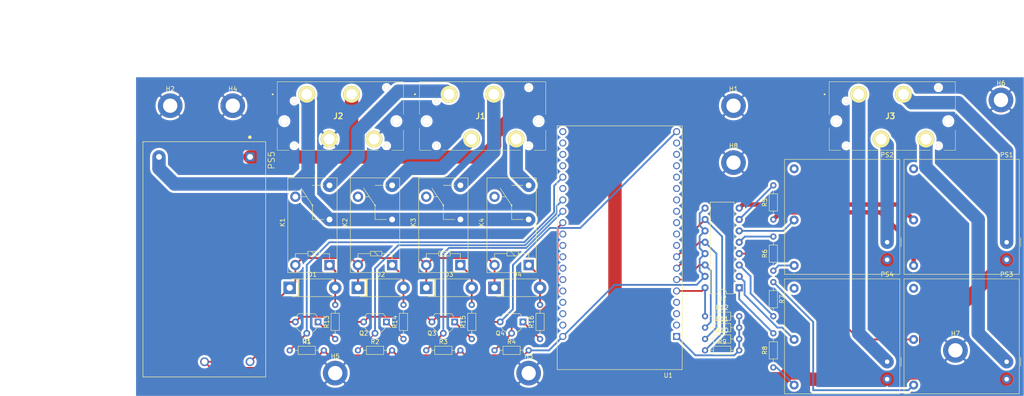
<source format=kicad_pcb>
(kicad_pcb (version 20171130) (host pcbnew "(5.1.6)-1")
  (layers (0 F.Cu signal) (31 B.Cu signal) (34 B.Paste user hide) (35 F.Paste user hide) (36 B.SilkS user) (37 F.SilkS user hide) (38 B.Mask user) (39 F.Mask user hide) (44 Edge.Cuts user hide))
  (net 0 "")
  (net 1 "Net-(D1-Pad2)")
  (net 2 "Net-(D2-Pad2)")
  (net 3 5VGND)
  (net 4 "Net-(D3-Pad2)")
  (net 5 "Net-(D4-Pad2)")
  (net 6 "220VAC(L)")
  (net 7 "Net-(PS1-Pad5)")
  (net 8 "Net-(PS1-Pad4)")
  (net 9 "220VAC(N)")
  (net 10 "Net-(PS2-Pad5)")
  (net 11 "Net-(PS2-Pad4)")
  (net 12 "Net-(PS3-Pad5)")
  (net 13 "Net-(PS3-Pad4)")
  (net 14 "Net-(PS4-Pad5)")
  (net 15 "Net-(PS4-Pad4)")
  (net 16 5V+)
  (net 17 "Net-(Q1-Pad1)")
  (net 18 "Net-(Q2-Pad1)")
  (net 19 "Net-(Q3-Pad1)")
  (net 20 "Net-(Q4-Pad1)")
  (net 21 "Net-(R5-Pad2)")
  (net 22 "Net-(R6-Pad2)")
  (net 23 "Net-(R7-Pad2)")
  (net 24 "Net-(R8-Pad2)")
  (net 25 3.3V+)
  (net 26 "Net-(Q1-Pad2)")
  (net 27 "Net-(Q2-Pad2)")
  (net 28 "Net-(Q3-Pad2)")
  (net 29 "Net-(Q4-Pad2)")
  (net 30 "Net-(R9-Pad1)")
  (net 31 "Net-(R10-Pad1)")
  (net 32 "Net-(R11-Pad1)")
  (net 33 "Net-(R12-Pad1)")
  (net 34 Earth)
  (net 35 Sens4)
  (net 36 Sens3)
  (net 37 Sens2)
  (net 38 Sens1)
  (net 39 REO4)
  (net 40 REO3)
  (net 41 REO2)
  (net 42 REO1)
  (module MountingHole:MountingHole_3.2mm_M3_ISO14580_Pad (layer F.Cu) (at 151.13 36.83)
    (fp_text reference H8 (at 0 -3.75) (layer F.SilkS))
    (fp_text value MountingHole_Pad)
    (pad 1 thru_hole circle (at 0 0) (size 5.5 5.5) (drill 3.2) (layers *.Cu *.Mask) (net 34 Earth))
  )
  (module MountingHole:MountingHole_3.2mm_M3_ISO14580_Pad (layer F.Cu) (at 200.66 78.74)
    (fp_text reference H7 (at 0 -3.75) (layer F.SilkS))
    (fp_text value MountingHole_Pad)
    (pad 1 thru_hole circle (at 0 0) (size 5.5 5.5) (drill 3.2) (layers *.Cu *.Mask) (net 34 Earth))
  )
  (module MountingHole:MountingHole_3.2mm_M3_ISO14580_Pad (layer F.Cu) (at 210.82 22.86)
    (fp_text reference H6 (at 0 -3.75) (layer F.SilkS))
    (fp_text value MountingHole_Pad)
    (pad 1 thru_hole circle (at 0 0) (size 5.5 5.5) (drill 3.2) (layers *.Cu *.Mask) (net 34 Earth))
  )
  (module MountingHole:MountingHole_3.2mm_M3_ISO14580_Pad (layer F.Cu) (at 62.23 83.82)
    (fp_text reference H5 (at 0 -3.75) (layer F.SilkS))
    (fp_text value MountingHole_Pad)
    (pad 1 thru_hole circle (at 0 0) (size 5.5 5.5) (drill 3.2) (layers *.Cu *.Mask) (net 34 Earth))
  )
  (module MountingHole:MountingHole_3.2mm_M3_ISO14580_Pad (layer F.Cu) (at 39.37 24.13)
    (fp_text reference H4 (at 0 -3.75) (layer F.SilkS))
    (fp_text value MountingHole_Pad)
    (pad 1 thru_hole circle (at 0 0) (size 5.5 5.5) (drill 3.2) (layers *.Cu *.Mask) (net 34 Earth))
  )
  (module MountingHole:MountingHole_3.2mm_M3_ISO14580_Pad (layer F.Cu) (at 105.41 83.82)
    (fp_text reference H3 (at 0 -3.75) (layer F.SilkS))
    (fp_text value MountingHole_Pad)
    (pad 1 thru_hole circle (at 0 0) (size 5.5 5.5) (drill 3.2) (layers *.Cu *.Mask) (net 34 Earth))
  )
  (module MountingHole:MountingHole_3.2mm_M3_ISO14580_Pad (layer F.Cu) (at 25.4 24.13)
    (fp_text reference H2 (at 0 -3.75) (layer F.SilkS))
    (fp_text value MountingHole_Pad)
    (pad 1 thru_hole circle (at 0 0) (size 5.5 5.5) (drill 3.2) (layers *.Cu *.Mask) (net 34 Earth))
  )
  (module MountingHole:MountingHole_3.2mm_M3_ISO14580_Pad (layer F.Cu) (at 151.13 24.13)
    (fp_text reference H1 (at 0 -3.75) (layer F.SilkS))
    (fp_text value MountingHole_Pad)
    (pad 1 thru_hole circle (at 0 0) (size 5.5 5.5) (drill 3.2) (layers *.Cu *.Mask) (net 34 Earth))
  )
  (module esp32-footprint:MODULE_ESP32-DEVKITC-32D (layer F.Cu) (at 125.73 55.88 180)
    (fp_text reference U1 (at -10.829175 -28.446045) (layer F.SilkS) (effects (font (size 1.000386 1.000386))))
    (fp_text value ESP32-DEVKITC-32D)
    (pad 38 thru_hole circle (at 12.7 25.96 180) (size 1.56 1.56) (drill 1.04) (layers *.Cu *.Mask))
    (pad 37 thru_hole circle (at 12.7 23.42 180) (size 1.56 1.56) (drill 1.04) (layers *.Cu *.Mask))
    (pad 36 thru_hole circle (at 12.7 20.88 180) (size 1.56 1.56) (drill 1.04) (layers *.Cu *.Mask))
    (pad 35 thru_hole circle (at 12.7 18.34 180) (size 1.56 1.56) (drill 1.04) (layers *.Cu *.Mask))
    (pad 34 thru_hole circle (at 12.7 15.8 180) (size 1.56 1.56) (drill 1.04) (layers *.Cu *.Mask) (net 26 "Net-(Q1-Pad2)"))
    (pad 33 thru_hole circle (at 12.7 13.26 180) (size 1.56 1.56) (drill 1.04) (layers *.Cu *.Mask))
    (pad 32 thru_hole circle (at 12.7 10.72 180) (size 1.56 1.56) (drill 1.04) (layers *.Cu *.Mask) (net 27 "Net-(Q2-Pad2)"))
    (pad 31 thru_hole circle (at 12.7 8.18 180) (size 1.56 1.56) (drill 1.04) (layers *.Cu *.Mask) (net 28 "Net-(Q3-Pad2)"))
    (pad 30 thru_hole circle (at 12.7 5.64 180) (size 1.56 1.56) (drill 1.04) (layers *.Cu *.Mask) (net 29 "Net-(Q4-Pad2)"))
    (pad 29 thru_hole circle (at 12.7 3.1 180) (size 1.56 1.56) (drill 1.04) (layers *.Cu *.Mask))
    (pad 28 thru_hole circle (at 12.7 0.56 180) (size 1.56 1.56) (drill 1.04) (layers *.Cu *.Mask))
    (pad 27 thru_hole circle (at 12.7 -1.98 180) (size 1.56 1.56) (drill 1.04) (layers *.Cu *.Mask))
    (pad 26 thru_hole circle (at 12.7 -4.52 180) (size 1.56 1.56) (drill 1.04) (layers *.Cu *.Mask))
    (pad 25 thru_hole circle (at 12.7 -7.06 180) (size 1.56 1.56) (drill 1.04) (layers *.Cu *.Mask))
    (pad 24 thru_hole circle (at 12.7 -9.6 180) (size 1.56 1.56) (drill 1.04) (layers *.Cu *.Mask))
    (pad 23 thru_hole circle (at 12.7 -12.14 180) (size 1.56 1.56) (drill 1.04) (layers *.Cu *.Mask))
    (pad 22 thru_hole circle (at 12.7 -14.68 180) (size 1.56 1.56) (drill 1.04) (layers *.Cu *.Mask))
    (pad 21 thru_hole circle (at 12.7 -17.22 180) (size 1.56 1.56) (drill 1.04) (layers *.Cu *.Mask))
    (pad 20 thru_hole circle (at 12.7 -19.76 180) (size 1.56 1.56) (drill 1.04) (layers *.Cu *.Mask) (net 3 5VGND))
    (pad 18 thru_hole circle (at -12.7 23.42 180) (size 1.56 1.56) (drill 1.04) (layers *.Cu *.Mask))
    (pad 17 thru_hole circle (at -12.7 20.88 180) (size 1.56 1.56) (drill 1.04) (layers *.Cu *.Mask))
    (pad 16 thru_hole circle (at -12.7 18.34 180) (size 1.56 1.56) (drill 1.04) (layers *.Cu *.Mask))
    (pad 15 thru_hole circle (at -12.7 15.8 180) (size 1.56 1.56) (drill 1.04) (layers *.Cu *.Mask))
    (pad 14 thru_hole circle (at -12.7 13.26 180) (size 1.56 1.56) (drill 1.04) (layers *.Cu *.Mask))
    (pad 13 thru_hole circle (at -12.7 10.72 180) (size 1.56 1.56) (drill 1.04) (layers *.Cu *.Mask))
    (pad 12 thru_hole circle (at -12.7 8.18 180) (size 1.56 1.56) (drill 1.04) (layers *.Cu *.Mask))
    (pad 11 thru_hole circle (at -12.7 5.64 180) (size 1.56 1.56) (drill 1.04) (layers *.Cu *.Mask))
    (pad 10 thru_hole circle (at -12.7 3.1 180) (size 1.56 1.56) (drill 1.04) (layers *.Cu *.Mask))
    (pad 9 thru_hole circle (at -12.7 0.56 180) (size 1.56 1.56) (drill 1.04) (layers *.Cu *.Mask))
    (pad 8 thru_hole circle (at -12.7 -1.98 180) (size 1.56 1.56) (drill 1.04) (layers *.Cu *.Mask) (net 30 "Net-(R9-Pad1)"))
    (pad 7 thru_hole circle (at -12.7 -4.52 180) (size 1.56 1.56) (drill 1.04) (layers *.Cu *.Mask) (net 31 "Net-(R10-Pad1)"))
    (pad 6 thru_hole circle (at -12.7 -7.06 180) (size 1.56 1.56) (drill 1.04) (layers *.Cu *.Mask) (net 32 "Net-(R11-Pad1)"))
    (pad 5 thru_hole circle (at -12.7 -9.6 180) (size 1.56 1.56) (drill 1.04) (layers *.Cu *.Mask) (net 33 "Net-(R12-Pad1)"))
    (pad 4 thru_hole circle (at -12.7 -12.14 180) (size 1.56 1.56) (drill 1.04) (layers *.Cu *.Mask))
    (pad 3 thru_hole circle (at -12.7 -14.68 180) (size 1.56 1.56) (drill 1.04) (layers *.Cu *.Mask))
    (pad 19 thru_hole circle (at -12.7 25.96 180) (size 1.56 1.56) (drill 1.04) (layers *.Cu *.Mask) (net 16 5V+))
    (pad 2 thru_hole circle (at -12.7 -17.22 180) (size 1.56 1.56) (drill 1.04) (layers *.Cu *.Mask))
    (pad 1 thru_hole rect (at -12.7 -19.76 180) (size 1.56 1.56) (drill 1.04) (layers *.Cu *.Mask) (net 25 3.3V+))
  )
  (module Package_TO_SOT_THT:TO-92_Wide (layer F.Cu) (at 58.42 72.39 180)
    (fp_text reference Q1 (at 2.55 -4.19) (layer F.SilkS))
    (fp_text value 2N2219)
    (pad 1 thru_hole rect (at 0 0 270) (size 1.5 1.5) (drill 0.8) (layers *.Cu *.Mask) (net 17 "Net-(Q1-Pad1)"))
    (pad 3 thru_hole circle (at 5.08 0 270) (size 1.5 1.5) (drill 0.8) (layers *.Cu *.Mask) (net 16 5V+))
    (pad 2 thru_hole circle (at 2.54 -2.54 270) (size 1.5 1.5) (drill 0.8) (layers *.Cu *.Mask) (net 26 "Net-(Q1-Pad2)"))
  )
  (module Package_TO_SOT_THT:TO-92_Wide (layer F.Cu) (at 73.66 72.39 180)
    (fp_text reference Q2 (at 5.08 -2.54) (layer F.SilkS))
    (fp_text value 2N2219)
    (pad 1 thru_hole rect (at 0 0 270) (size 1.5 1.5) (drill 0.8) (layers *.Cu *.Mask) (net 18 "Net-(Q2-Pad1)"))
    (pad 3 thru_hole circle (at 5.08 0 270) (size 1.5 1.5) (drill 0.8) (layers *.Cu *.Mask) (net 16 5V+))
    (pad 2 thru_hole circle (at 2.54 -2.54 270) (size 1.5 1.5) (drill 0.8) (layers *.Cu *.Mask) (net 27 "Net-(Q2-Pad2)"))
  )
  (module Package_TO_SOT_THT:TO-92_Wide (layer F.Cu) (at 104.14 72.39 180)
    (fp_text reference Q4 (at 5.08 -2.54) (layer F.SilkS))
    (fp_text value 2N2219)
    (pad 1 thru_hole rect (at 0 0 270) (size 1.5 1.5) (drill 0.8) (layers *.Cu *.Mask) (net 20 "Net-(Q4-Pad1)"))
    (pad 3 thru_hole circle (at 5.08 0 270) (size 1.5 1.5) (drill 0.8) (layers *.Cu *.Mask) (net 16 5V+))
    (pad 2 thru_hole circle (at 2.54 -2.54 270) (size 1.5 1.5) (drill 0.8) (layers *.Cu *.Mask) (net 29 "Net-(Q4-Pad2)"))
  )
  (module Package_TO_SOT_THT:TO-92_Wide (layer F.Cu) (at 88.9 72.39 180)
    (fp_text reference Q3 (at 5.08 -2.54) (layer F.SilkS))
    (fp_text value 2N2219)
    (pad 1 thru_hole rect (at 0 0 270) (size 1.5 1.5) (drill 0.8) (layers *.Cu *.Mask) (net 19 "Net-(Q3-Pad1)"))
    (pad 3 thru_hole circle (at 5.08 0 270) (size 1.5 1.5) (drill 0.8) (layers *.Cu *.Mask) (net 16 5V+))
    (pad 2 thru_hole circle (at 2.54 -2.54 270) (size 1.5 1.5) (drill 0.8) (layers *.Cu *.Mask) (net 28 "Net-(Q3-Pad2)"))
  )
  (module Converter_ACDC:Converter_ACDC_RECOM_RAC05-xxSK_THT (layer F.Cu) (at 185.42 81.28)
    (fp_text reference PS4 (at 0 -19.5 180) (layer F.SilkS))
    (fp_text value RAC05-05SK)
    (pad 5 thru_hole circle (at -20.76 5.19 270) (size 2 2) (drill 1) (layers *.Cu *.Mask) (net 14 "Net-(PS4-Pad5)"))
    (pad 3 thru_hole circle (at -20.76 -16.4 180) (size 2 2) (drill 1) (layers *.Cu *.Mask))
    (pad 4 thru_hole circle (at -20.76 -4.97 270) (size 2 2) (drill 1) (layers *.Cu *.Mask) (net 15 "Net-(PS4-Pad4)"))
    (pad 2 thru_hole circle (at 0 3.9 270) (size 2 2) (drill 1) (layers *.Cu *.Mask) (net 9 "220VAC(N)"))
    (pad 1 thru_hole rect (at 0 0 270) (size 2 2) (drill 1) (layers *.Cu *.Mask) (net 38 Sens1))
  )
  (module Converter_ACDC:Converter_ACDC_RECOM_RAC05-xxSK_THT (layer F.Cu) (at 185.42 54.61)
    (fp_text reference PS2 (at 0 -19.5 180) (layer F.SilkS))
    (fp_text value RAC05-05SK)
    (pad 5 thru_hole circle (at -20.76 5.19 270) (size 2 2) (drill 1) (layers *.Cu *.Mask) (net 10 "Net-(PS2-Pad5)"))
    (pad 3 thru_hole circle (at -20.76 -16.4 180) (size 2 2) (drill 1) (layers *.Cu *.Mask))
    (pad 4 thru_hole circle (at -20.76 -4.97 270) (size 2 2) (drill 1) (layers *.Cu *.Mask) (net 11 "Net-(PS2-Pad4)"))
    (pad 2 thru_hole circle (at 0 3.9 270) (size 2 2) (drill 1) (layers *.Cu *.Mask) (net 9 "220VAC(N)"))
    (pad 1 thru_hole rect (at 0 0 270) (size 2 2) (drill 1) (layers *.Cu *.Mask) (net 37 Sens2))
  )
  (module Converter_ACDC:Converter_ACDC_RECOM_RAC05-xxSK_THT (layer F.Cu) (at 212.09 54.61)
    (fp_text reference PS1 (at 0 -19.5 180) (layer F.SilkS))
    (fp_text value RAC05-05SK)
    (pad 5 thru_hole circle (at -20.76 5.19 270) (size 2 2) (drill 1) (layers *.Cu *.Mask) (net 7 "Net-(PS1-Pad5)"))
    (pad 3 thru_hole circle (at -20.76 -16.4 180) (size 2 2) (drill 1) (layers *.Cu *.Mask))
    (pad 4 thru_hole circle (at -20.76 -4.97 270) (size 2 2) (drill 1) (layers *.Cu *.Mask) (net 8 "Net-(PS1-Pad4)"))
    (pad 2 thru_hole circle (at 0 3.9 270) (size 2 2) (drill 1) (layers *.Cu *.Mask) (net 9 "220VAC(N)"))
    (pad 1 thru_hole rect (at 0 0 270) (size 2 2) (drill 1) (layers *.Cu *.Mask) (net 36 Sens3))
  )
  (module Converter_ACDC:Converter_ACDC_RECOM_RAC05-xxSK_THT (layer F.Cu) (at 212.09 81.28)
    (fp_text reference PS3 (at 0 -19.5 180) (layer F.SilkS))
    (fp_text value RAC05-05SK)
    (pad 5 thru_hole circle (at -20.76 5.19 270) (size 2 2) (drill 1) (layers *.Cu *.Mask) (net 12 "Net-(PS3-Pad5)"))
    (pad 3 thru_hole circle (at -20.76 -16.4 180) (size 2 2) (drill 1) (layers *.Cu *.Mask))
    (pad 4 thru_hole circle (at -20.76 -4.97 270) (size 2 2) (drill 1) (layers *.Cu *.Mask) (net 13 "Net-(PS3-Pad4)"))
    (pad 2 thru_hole circle (at 0 3.9 270) (size 2 2) (drill 1) (layers *.Cu *.Mask) (net 9 "220VAC(N)"))
    (pad 1 thru_hole rect (at 0 0 270) (size 2 2) (drill 1) (layers *.Cu *.Mask) (net 35 Sens4))
  )
  (module Resistor_THT:R_Axial_DIN0204_L3.6mm_D1.6mm_P7.62mm_Horizontal (layer F.Cu) (at 160.02 49.53 90)
    (fp_text reference R5 (at 3.81 -1.92 90) (layer F.SilkS))
    (fp_text value 425)
    (pad 2 thru_hole oval (at 7.62 0 90) (size 1.4 1.4) (drill 0.7) (layers *.Cu *.Mask) (net 21 "Net-(R5-Pad2)"))
    (pad 1 thru_hole circle (at 0 0 90) (size 1.4 1.4) (drill 0.7) (layers *.Cu *.Mask) (net 7 "Net-(PS1-Pad5)"))
  )
  (module Resistor_THT:R_Axial_DIN0204_L3.6mm_D1.6mm_P7.62mm_Horizontal (layer F.Cu) (at 160.02 60.96 90)
    (fp_text reference R6 (at 3.81 -1.92 90) (layer F.SilkS))
    (fp_text value 425)
    (pad 2 thru_hole oval (at 7.62 0 90) (size 1.4 1.4) (drill 0.7) (layers *.Cu *.Mask) (net 22 "Net-(R6-Pad2)"))
    (pad 1 thru_hole circle (at 0 0 90) (size 1.4 1.4) (drill 0.7) (layers *.Cu *.Mask) (net 10 "Net-(PS2-Pad5)"))
  )
  (module 1864053:1864053 (layer F.Cu) (at 55.88 21.59)
    (fp_text reference J2 (at 7.037 4.862) (layer F.SilkS) (effects (font (size 1.27 1.27) (thickness 0.254))))
    (fp_text value 1864053 hide)
    (pad MH6 thru_hole circle (at 20 6 90) (size 1.65 1.65) (drill 3.3) (layers *.Cu *.Mask F.SilkS))
    (pad MH5 thru_hole circle (at -5 6 90) (size 1.65 1.65) (drill 3.3) (layers *.Cu *.Mask F.SilkS))
    (pad MH4 thru_hole circle (at 17.8 11.5 90) (size 1 1) (drill 2) (layers *.Cu *.Mask F.SilkS))
    (pad MH3 thru_hole circle (at 17.8 -1.5 90) (size 1 1) (drill 2) (layers *.Cu *.Mask F.SilkS))
    (pad MH2 thru_hole circle (at -2.8 11.5 90) (size 1 1) (drill 2) (layers *.Cu *.Mask F.SilkS))
    (pad MH1 thru_hole circle (at -2.8 1.5 90) (size 1 1) (drill 2) (layers *.Cu *.Mask F.SilkS))
    (pad 4 thru_hole circle (at 15 10 90) (size 3.735 3.735) (drill 2.4) (layers *.Cu *.Mask F.SilkS) (net 34 Earth))
    (pad 3 thru_hole circle (at 10 0 90) (size 3.735 3.735) (drill 2.4) (layers *.Cu *.Mask F.SilkS) (net 9 "220VAC(N)"))
    (pad 2 thru_hole circle (at 5 10 90) (size 3.735 3.735) (drill 2.4) (layers *.Cu *.Mask F.SilkS) (net 34 Earth))
    (pad 1 thru_hole circle (at 0 0 90) (size 3.735 3.735) (drill 2.4) (layers *.Cu *.Mask F.SilkS) (net 6 "220VAC(L)"))
  )
  (module RAC15-05SK:CONV_RAC15-05SK (layer F.Cu) (at 33.02 58.42 270)
    (fp_text reference PS5 (at -22.105 -14.989 90) (layer F.SilkS) (effects (font (size 1.4 1.4))))
    (fp_text value RAC15-05SK)
    (pad 5 thru_hole circle (at 22.86 -10.2 270) (size 1.95 1.95) (drill 1.3) (layers *.Cu *.Mask) (net 16 5V+))
    (pad 4 thru_hole circle (at 22.86 -0.04 270) (size 1.95 1.95) (drill 1.3) (layers *.Cu *.Mask) (net 3 5VGND))
    (pad 2 thru_hole circle (at -22.86 10.12 270) (size 1.95 1.95) (drill 1.3) (layers *.Cu *.Mask) (net 6 "220VAC(L)"))
    (pad 1 thru_hole rect (at -22.86 -10.2 270) (size 1.95 1.95) (drill 1.3) (layers *.Cu *.Mask) (net 9 "220VAC(N)"))
  )
  (module Relay_THT:Relay_SPDT_Omron-G5Q-1 (layer F.Cu) (at 74.93 59.69 90)
    (fp_text reference K2 (at 9.5 -10.5 270) (layer F.SilkS))
    (fp_text value G5Q-1)
    (pad 5 thru_hole circle (at 0 -7.62 270) (size 2.3 2.3) (drill 1.3) (layers *.Cu *.Mask) (net 3 5VGND))
    (pad 4 thru_hole circle (at 15.24 -7.62 270) (size 2.3 2.3) (drill 1.3) (layers *.Cu *.Mask))
    (pad 3 thru_hole circle (at 17.78 0 270) (size 2.3 2.3) (drill 1.3) (layers *.Cu *.Mask) (net 41 REO2))
    (pad 2 thru_hole circle (at 10.16 0 270) (size 2.3 2.3) (drill 1.3) (layers *.Cu *.Mask) (net 6 "220VAC(L)"))
    (pad 1 thru_hole rect (at 0 0 270) (size 2.3 2.3) (drill 1.3) (layers *.Cu *.Mask) (net 2 "Net-(D2-Pad2)"))
  )
  (module Package_DIP:DIP-16_W7.62mm (layer F.Cu) (at 152.4 64.77 180)
    (fp_text reference U2 (at 3.81 -2.33) (layer F.SilkS))
    (fp_text value K847PH)
    (pad 16 thru_hole oval (at 7.62 0 180) (size 1.6 1.6) (drill 0.8) (layers *.Cu *.Mask) (net 33 "Net-(R12-Pad1)"))
    (pad 8 thru_hole oval (at 0 17.78 180) (size 1.6 1.6) (drill 0.8) (layers *.Cu *.Mask) (net 8 "Net-(PS1-Pad4)"))
    (pad 15 thru_hole oval (at 7.62 2.54 180) (size 1.6 1.6) (drill 0.8) (layers *.Cu *.Mask) (net 3 5VGND))
    (pad 7 thru_hole oval (at 0 15.24 180) (size 1.6 1.6) (drill 0.8) (layers *.Cu *.Mask) (net 21 "Net-(R5-Pad2)"))
    (pad 14 thru_hole oval (at 7.62 5.08 180) (size 1.6 1.6) (drill 0.8) (layers *.Cu *.Mask) (net 32 "Net-(R11-Pad1)"))
    (pad 6 thru_hole oval (at 0 12.7 180) (size 1.6 1.6) (drill 0.8) (layers *.Cu *.Mask) (net 11 "Net-(PS2-Pad4)"))
    (pad 13 thru_hole oval (at 7.62 7.62 180) (size 1.6 1.6) (drill 0.8) (layers *.Cu *.Mask) (net 3 5VGND))
    (pad 5 thru_hole oval (at 0 10.16 180) (size 1.6 1.6) (drill 0.8) (layers *.Cu *.Mask) (net 22 "Net-(R6-Pad2)"))
    (pad 12 thru_hole oval (at 7.62 10.16 180) (size 1.6 1.6) (drill 0.8) (layers *.Cu *.Mask) (net 31 "Net-(R10-Pad1)"))
    (pad 4 thru_hole oval (at 0 7.62 180) (size 1.6 1.6) (drill 0.8) (layers *.Cu *.Mask) (net 13 "Net-(PS3-Pad4)"))
    (pad 11 thru_hole oval (at 7.62 12.7 180) (size 1.6 1.6) (drill 0.8) (layers *.Cu *.Mask) (net 3 5VGND))
    (pad 3 thru_hole oval (at 0 5.08 180) (size 1.6 1.6) (drill 0.8) (layers *.Cu *.Mask) (net 23 "Net-(R7-Pad2)"))
    (pad 10 thru_hole oval (at 7.62 15.24 180) (size 1.6 1.6) (drill 0.8) (layers *.Cu *.Mask) (net 30 "Net-(R9-Pad1)"))
    (pad 2 thru_hole oval (at 0 2.54 180) (size 1.6 1.6) (drill 0.8) (layers *.Cu *.Mask) (net 15 "Net-(PS4-Pad4)"))
    (pad 9 thru_hole oval (at 7.62 17.78 180) (size 1.6 1.6) (drill 0.8) (layers *.Cu *.Mask) (net 3 5VGND))
    (pad 1 thru_hole rect (at 0 0 180) (size 1.6 1.6) (drill 0.8) (layers *.Cu *.Mask) (net 24 "Net-(R8-Pad2)"))
  )
  (module 1864053:1864053 (layer F.Cu) (at 179.07 21.59)
    (fp_text reference J3 (at 7.037 4.862) (layer F.SilkS) (effects (font (size 1.27 1.27) (thickness 0.254))))
    (fp_text value 1864053 hide)
    (pad 1 thru_hole circle (at 0 0 90) (size 3.735 3.735) (drill 2.4) (layers *.Cu *.Mask F.SilkS) (net 38 Sens1))
    (pad 2 thru_hole circle (at 5 10 90) (size 3.735 3.735) (drill 2.4) (layers *.Cu *.Mask F.SilkS) (net 37 Sens2))
    (pad 3 thru_hole circle (at 10 0 90) (size 3.735 3.735) (drill 2.4) (layers *.Cu *.Mask F.SilkS) (net 36 Sens3))
    (pad 4 thru_hole circle (at 15 10 90) (size 3.735 3.735) (drill 2.4) (layers *.Cu *.Mask F.SilkS) (net 35 Sens4))
    (pad MH1 thru_hole circle (at -2.8 1.5 90) (size 1 1) (drill 2) (layers *.Cu *.Mask F.SilkS))
    (pad MH2 thru_hole circle (at -2.8 11.5 90) (size 1 1) (drill 2) (layers *.Cu *.Mask F.SilkS))
    (pad MH3 thru_hole circle (at 17.8 -1.5 90) (size 1 1) (drill 2) (layers *.Cu *.Mask F.SilkS))
    (pad MH4 thru_hole circle (at 17.8 11.5 90) (size 1 1) (drill 2) (layers *.Cu *.Mask F.SilkS))
    (pad MH5 thru_hole circle (at -5 6 90) (size 1.65 1.65) (drill 3.3) (layers *.Cu *.Mask F.SilkS))
    (pad MH6 thru_hole circle (at 20 6 90) (size 1.65 1.65) (drill 3.3) (layers *.Cu *.Mask F.SilkS))
  )
  (module 1864053:1864053 (layer F.Cu) (at 87.63 21.59)
    (fp_text reference J1 (at 7.037 4.862) (layer F.SilkS) (effects (font (size 1.27 1.27) (thickness 0.254))))
    (fp_text value 1864053 hide)
    (pad MH6 thru_hole circle (at 20 6 90) (size 1.65 1.65) (drill 3.3) (layers *.Cu *.Mask F.SilkS))
    (pad MH5 thru_hole circle (at -5 6 90) (size 1.65 1.65) (drill 3.3) (layers *.Cu *.Mask F.SilkS))
    (pad MH4 thru_hole circle (at 17.8 11.5 90) (size 1 1) (drill 2) (layers *.Cu *.Mask F.SilkS))
    (pad MH3 thru_hole circle (at 17.8 -1.5 90) (size 1 1) (drill 2) (layers *.Cu *.Mask F.SilkS))
    (pad MH2 thru_hole circle (at -2.8 11.5 90) (size 1 1) (drill 2) (layers *.Cu *.Mask F.SilkS))
    (pad MH1 thru_hole circle (at -2.8 1.5 90) (size 1 1) (drill 2) (layers *.Cu *.Mask F.SilkS))
    (pad 4 thru_hole circle (at 15 10 90) (size 3.735 3.735) (drill 2.4) (layers *.Cu *.Mask F.SilkS) (net 39 REO4))
    (pad 3 thru_hole circle (at 10 0 90) (size 3.735 3.735) (drill 2.4) (layers *.Cu *.Mask F.SilkS) (net 40 REO3))
    (pad 2 thru_hole circle (at 5 10 90) (size 3.735 3.735) (drill 2.4) (layers *.Cu *.Mask F.SilkS) (net 41 REO2))
    (pad 1 thru_hole circle (at 0 0 90) (size 3.735 3.735) (drill 2.4) (layers *.Cu *.Mask F.SilkS) (net 42 REO1))
  )
  (module Resistor_THT:R_Axial_DIN0204_L3.6mm_D1.6mm_P7.62mm_Horizontal (layer F.Cu) (at 107.95 76.2 90)
    (fp_text reference R16 (at 3.81 -1.92 90) (layer F.SilkS))
    (fp_text value 220)
    (pad 2 thru_hole oval (at 7.62 0 90) (size 1.4 1.4) (drill 0.7) (layers *.Cu *.Mask) (net 5 "Net-(D4-Pad2)"))
    (pad 1 thru_hole circle (at 0 0 90) (size 1.4 1.4) (drill 0.7) (layers *.Cu *.Mask) (net 20 "Net-(Q4-Pad1)"))
  )
  (module Resistor_THT:R_Axial_DIN0204_L3.6mm_D1.6mm_P7.62mm_Horizontal (layer F.Cu) (at 92.71 76.2 90)
    (fp_text reference R15 (at 3.81 -1.92 90) (layer F.SilkS))
    (fp_text value 220)
    (pad 2 thru_hole oval (at 7.62 0 90) (size 1.4 1.4) (drill 0.7) (layers *.Cu *.Mask) (net 4 "Net-(D3-Pad2)"))
    (pad 1 thru_hole circle (at 0 0 90) (size 1.4 1.4) (drill 0.7) (layers *.Cu *.Mask) (net 19 "Net-(Q3-Pad1)"))
  )
  (module Resistor_THT:R_Axial_DIN0204_L3.6mm_D1.6mm_P7.62mm_Horizontal (layer F.Cu) (at 77.47 76.2 90)
    (fp_text reference R14 (at 3.81 -1.92 90) (layer F.SilkS))
    (fp_text value 220)
    (pad 2 thru_hole oval (at 7.62 0 90) (size 1.4 1.4) (drill 0.7) (layers *.Cu *.Mask) (net 2 "Net-(D2-Pad2)"))
    (pad 1 thru_hole circle (at 0 0 90) (size 1.4 1.4) (drill 0.7) (layers *.Cu *.Mask) (net 18 "Net-(Q2-Pad1)"))
  )
  (module Resistor_THT:R_Axial_DIN0204_L3.6mm_D1.6mm_P7.62mm_Horizontal (layer F.Cu) (at 62.23 76.2 90)
    (fp_text reference R13 (at 3.81 -1.92 90) (layer F.SilkS))
    (fp_text value 220)
    (pad 2 thru_hole oval (at 7.62 0 90) (size 1.4 1.4) (drill 0.7) (layers *.Cu *.Mask) (net 1 "Net-(D1-Pad2)"))
    (pad 1 thru_hole circle (at 0 0 90) (size 1.4 1.4) (drill 0.7) (layers *.Cu *.Mask) (net 17 "Net-(Q1-Pad1)"))
  )
  (module Resistor_THT:R_Axial_DIN0204_L3.6mm_D1.6mm_P7.62mm_Horizontal (layer F.Cu) (at 144.78 71.12)
    (fp_text reference R12 (at 3.81 -1.92) (layer F.SilkS))
    (fp_text value 10K)
    (pad 2 thru_hole oval (at 7.62 0) (size 1.4 1.4) (drill 0.7) (layers *.Cu *.Mask) (net 25 3.3V+))
    (pad 1 thru_hole circle (at 0 0) (size 1.4 1.4) (drill 0.7) (layers *.Cu *.Mask) (net 33 "Net-(R12-Pad1)"))
  )
  (module Resistor_THT:R_Axial_DIN0204_L3.6mm_D1.6mm_P7.62mm_Horizontal (layer F.Cu) (at 144.78 73.66)
    (fp_text reference R11 (at 3.81 -1.92) (layer F.SilkS))
    (fp_text value 10K)
    (pad 2 thru_hole oval (at 7.62 0) (size 1.4 1.4) (drill 0.7) (layers *.Cu *.Mask) (net 25 3.3V+))
    (pad 1 thru_hole circle (at 0 0) (size 1.4 1.4) (drill 0.7) (layers *.Cu *.Mask) (net 32 "Net-(R11-Pad1)"))
  )
  (module Resistor_THT:R_Axial_DIN0204_L3.6mm_D1.6mm_P7.62mm_Horizontal (layer F.Cu) (at 144.78 76.2)
    (fp_text reference R10 (at 3.81 -1.92) (layer F.SilkS))
    (fp_text value 10K)
    (pad 2 thru_hole oval (at 7.62 0) (size 1.4 1.4) (drill 0.7) (layers *.Cu *.Mask) (net 25 3.3V+))
    (pad 1 thru_hole circle (at 0 0) (size 1.4 1.4) (drill 0.7) (layers *.Cu *.Mask) (net 31 "Net-(R10-Pad1)"))
  )
  (module Resistor_THT:R_Axial_DIN0204_L3.6mm_D1.6mm_P7.62mm_Horizontal (layer F.Cu) (at 144.78 78.74)
    (fp_text reference R9 (at 3.81 -1.92) (layer F.SilkS))
    (fp_text value 10K)
    (pad 2 thru_hole oval (at 7.62 0) (size 1.4 1.4) (drill 0.7) (layers *.Cu *.Mask) (net 25 3.3V+))
    (pad 1 thru_hole circle (at 0 0) (size 1.4 1.4) (drill 0.7) (layers *.Cu *.Mask) (net 30 "Net-(R9-Pad1)"))
  )
  (module Resistor_THT:R_Axial_DIN0204_L3.6mm_D1.6mm_P7.62mm_Horizontal (layer F.Cu) (at 160.02 82.55 90)
    (fp_text reference R8 (at 3.81 -1.92 90) (layer F.SilkS))
    (fp_text value 425)
    (pad 2 thru_hole oval (at 7.62 0 90) (size 1.4 1.4) (drill 0.7) (layers *.Cu *.Mask) (net 24 "Net-(R8-Pad2)"))
    (pad 1 thru_hole circle (at 0 0 90) (size 1.4 1.4) (drill 0.7) (layers *.Cu *.Mask) (net 14 "Net-(PS4-Pad5)"))
  )
  (module Resistor_THT:R_Axial_DIN0204_L3.6mm_D1.6mm_P7.62mm_Horizontal (layer F.Cu) (at 160.02 63.5 270)
    (fp_text reference R7 (at 3.81 -1.92 90) (layer F.SilkS))
    (fp_text value 425)
    (pad 2 thru_hole oval (at 7.62 0 270) (size 1.4 1.4) (drill 0.7) (layers *.Cu *.Mask) (net 23 "Net-(R7-Pad2)"))
    (pad 1 thru_hole circle (at 0 0 270) (size 1.4 1.4) (drill 0.7) (layers *.Cu *.Mask) (net 12 "Net-(PS3-Pad5)"))
  )
  (module Resistor_THT:R_Axial_DIN0204_L3.6mm_D1.6mm_P7.62mm_Horizontal (layer F.Cu) (at 97.79 78.74)
    (fp_text reference R4 (at 3.81 -1.92) (layer F.SilkS))
    (fp_text value 10K)
    (pad 2 thru_hole oval (at 7.62 0) (size 1.4 1.4) (drill 0.7) (layers *.Cu *.Mask) (net 3 5VGND))
    (pad 1 thru_hole circle (at 0 0) (size 1.4 1.4) (drill 0.7) (layers *.Cu *.Mask) (net 29 "Net-(Q4-Pad2)"))
  )
  (module Resistor_THT:R_Axial_DIN0204_L3.6mm_D1.6mm_P7.62mm_Horizontal (layer F.Cu) (at 82.55 78.74)
    (fp_text reference R3 (at 3.81 -1.92) (layer F.SilkS))
    (fp_text value 10K)
    (pad 2 thru_hole oval (at 7.62 0) (size 1.4 1.4) (drill 0.7) (layers *.Cu *.Mask) (net 3 5VGND))
    (pad 1 thru_hole circle (at 0 0) (size 1.4 1.4) (drill 0.7) (layers *.Cu *.Mask) (net 28 "Net-(Q3-Pad2)"))
  )
  (module Resistor_THT:R_Axial_DIN0204_L3.6mm_D1.6mm_P7.62mm_Horizontal (layer F.Cu) (at 67.31 78.74)
    (fp_text reference R2 (at 3.81 -1.92) (layer F.SilkS))
    (fp_text value 10K)
    (pad 2 thru_hole oval (at 7.62 0) (size 1.4 1.4) (drill 0.7) (layers *.Cu *.Mask) (net 3 5VGND))
    (pad 1 thru_hole circle (at 0 0) (size 1.4 1.4) (drill 0.7) (layers *.Cu *.Mask) (net 27 "Net-(Q2-Pad2)"))
  )
  (module Resistor_THT:R_Axial_DIN0204_L3.6mm_D1.6mm_P7.62mm_Horizontal (layer F.Cu) (at 52.07 78.74)
    (fp_text reference R1 (at 3.81 -1.92) (layer F.SilkS))
    (fp_text value 10K)
    (pad 2 thru_hole oval (at 7.62 0) (size 1.4 1.4) (drill 0.7) (layers *.Cu *.Mask) (net 3 5VGND))
    (pad 1 thru_hole circle (at 0 0) (size 1.4 1.4) (drill 0.7) (layers *.Cu *.Mask) (net 26 "Net-(Q1-Pad2)"))
  )
  (module Relay_THT:Relay_SPDT_Omron-G5Q-1 (layer F.Cu) (at 105.41 59.69 90)
    (fp_text reference K4 (at 9.5 -10.5 270) (layer F.SilkS))
    (fp_text value G5Q-1)
    (pad 5 thru_hole circle (at 0 -7.62 270) (size 2.3 2.3) (drill 1.3) (layers *.Cu *.Mask) (net 3 5VGND))
    (pad 4 thru_hole circle (at 15.24 -7.62 270) (size 2.3 2.3) (drill 1.3) (layers *.Cu *.Mask))
    (pad 3 thru_hole circle (at 17.78 0 270) (size 2.3 2.3) (drill 1.3) (layers *.Cu *.Mask) (net 39 REO4))
    (pad 2 thru_hole circle (at 10.16 0 270) (size 2.3 2.3) (drill 1.3) (layers *.Cu *.Mask) (net 6 "220VAC(L)"))
    (pad 1 thru_hole rect (at 0 0 270) (size 2.3 2.3) (drill 1.3) (layers *.Cu *.Mask) (net 5 "Net-(D4-Pad2)"))
  )
  (module Relay_THT:Relay_SPDT_Omron-G5Q-1 (layer F.Cu) (at 90.17 59.69 90)
    (fp_text reference K3 (at 9.5 -10.5 270) (layer F.SilkS))
    (fp_text value G5Q-1)
    (pad 5 thru_hole circle (at 0 -7.62 270) (size 2.3 2.3) (drill 1.3) (layers *.Cu *.Mask) (net 3 5VGND))
    (pad 4 thru_hole circle (at 15.24 -7.62 270) (size 2.3 2.3) (drill 1.3) (layers *.Cu *.Mask))
    (pad 3 thru_hole circle (at 17.78 0 270) (size 2.3 2.3) (drill 1.3) (layers *.Cu *.Mask) (net 40 REO3))
    (pad 2 thru_hole circle (at 10.16 0 270) (size 2.3 2.3) (drill 1.3) (layers *.Cu *.Mask) (net 6 "220VAC(L)"))
    (pad 1 thru_hole rect (at 0 0 270) (size 2.3 2.3) (drill 1.3) (layers *.Cu *.Mask) (net 4 "Net-(D3-Pad2)"))
  )
  (module Relay_THT:Relay_SPDT_Omron-G5Q-1 (layer F.Cu) (at 60.96 59.69 90)
    (fp_text reference K1 (at 9.5 -10.5 270) (layer F.SilkS))
    (fp_text value G5Q-1)
    (pad 5 thru_hole circle (at 0 -7.62 270) (size 2.3 2.3) (drill 1.3) (layers *.Cu *.Mask) (net 3 5VGND))
    (pad 4 thru_hole circle (at 15.24 -7.62 270) (size 2.3 2.3) (drill 1.3) (layers *.Cu *.Mask))
    (pad 3 thru_hole circle (at 17.78 0 270) (size 2.3 2.3) (drill 1.3) (layers *.Cu *.Mask) (net 42 REO1))
    (pad 2 thru_hole circle (at 10.16 0 270) (size 2.3 2.3) (drill 1.3) (layers *.Cu *.Mask) (net 6 "220VAC(L)"))
    (pad 1 thru_hole rect (at 0 0 270) (size 2.3 2.3) (drill 1.3) (layers *.Cu *.Mask) (net 1 "Net-(D1-Pad2)"))
  )
  (module Diode_THT:D_5W_P10.16mm_Horizontal (layer F.Cu) (at 97.79 64.77)
    (fp_text reference D4 (at 5.08 -2.97) (layer F.SilkS))
    (fp_text value DIODE)
    (pad 2 thru_hole oval (at 10.16 0) (size 2.8 2.8) (drill 1.4) (layers *.Cu *.Mask) (net 5 "Net-(D4-Pad2)"))
    (pad 1 thru_hole rect (at 0 0) (size 2.8 2.8) (drill 1.4) (layers *.Cu *.Mask) (net 3 5VGND))
  )
  (module Diode_THT:D_5W_P10.16mm_Horizontal (layer F.Cu) (at 82.55 64.77)
    (fp_text reference D3 (at 5.08 -2.97) (layer F.SilkS))
    (fp_text value DIODE)
    (pad 2 thru_hole oval (at 10.16 0) (size 2.8 2.8) (drill 1.4) (layers *.Cu *.Mask) (net 4 "Net-(D3-Pad2)"))
    (pad 1 thru_hole rect (at 0 0) (size 2.8 2.8) (drill 1.4) (layers *.Cu *.Mask) (net 3 5VGND))
  )
  (module Diode_THT:D_5W_P10.16mm_Horizontal (layer F.Cu) (at 67.31 64.77)
    (fp_text reference D2 (at 5.08 -2.97) (layer F.SilkS))
    (fp_text value DIODE)
    (pad 2 thru_hole oval (at 10.16 0) (size 2.8 2.8) (drill 1.4) (layers *.Cu *.Mask) (net 2 "Net-(D2-Pad2)"))
    (pad 1 thru_hole rect (at 0 0) (size 2.8 2.8) (drill 1.4) (layers *.Cu *.Mask) (net 3 5VGND))
  )
  (module Diode_THT:D_5W_P10.16mm_Horizontal (layer F.Cu) (at 52.07 64.77)
    (fp_text reference D1 (at 5.08 -2.97) (layer F.SilkS))
    (fp_text value DIODE)
    (pad 2 thru_hole oval (at 10.16 0) (size 2.8 2.8) (drill 1.4) (layers *.Cu *.Mask) (net 1 "Net-(D1-Pad2)"))
    (pad 1 thru_hole rect (at 0 0) (size 2.8 2.8) (drill 1.4) (layers *.Cu *.Mask) (net 3 5VGND))
  )
  (segment (start 62.23 60.96) (end 60.96 59.69) (width 0.4) (layer F.Cu) (net 1))
  (segment (start 62.23 64.77) (end 62.23 60.96) (width 0.4) (layer F.Cu) (net 1))
  (segment (start 62.23 64.77) (end 62.23 68.58) (width 0.4) (layer F.Cu) (net 1))
  (segment (start 77.47 64.77) (end 77.47 68.58) (width 0.4) (layer F.Cu) (net 2))
  (segment (start 77.47 62.23) (end 74.93 59.69) (width 0.4) (layer F.Cu) (net 2))
  (segment (start 77.47 64.77) (end 77.47 62.23) (width 0.4) (layer F.Cu) (net 2))
  (segment (start 53.34 63.5) (end 52.07 64.77) (width 0.4) (layer F.Cu) (net 3))
  (segment (start 53.34 59.69) (end 53.34 63.5) (width 0.4) (layer F.Cu) (net 3))
  (segment (start 97.79 64.77) (end 97.79 59.69) (width 0.4) (layer F.Cu) (net 3))
  (segment (start 84.100001 58.139999) (end 82.55 59.69) (width 0.4) (layer F.Cu) (net 3))
  (segment (start 96.239999 58.139999) (end 84.100001 58.139999) (width 0.4) (layer F.Cu) (net 3))
  (segment (start 97.79 59.69) (end 96.239999 58.139999) (width 0.4) (layer F.Cu) (net 3))
  (segment (start 82.55 59.69) (end 82.55 64.77) (width 0.4) (layer F.Cu) (net 3))
  (segment (start 80.999999 58.139999) (end 68.860001 58.139999) (width 0.4) (layer F.Cu) (net 3))
  (segment (start 68.860001 58.139999) (end 67.31 59.69) (width 0.4) (layer F.Cu) (net 3))
  (segment (start 82.55 59.69) (end 80.999999 58.139999) (width 0.4) (layer F.Cu) (net 3))
  (segment (start 67.31 59.69) (end 67.31 64.77) (width 0.4) (layer F.Cu) (net 3))
  (segment (start 73.829999 79.840001) (end 74.93 78.74) (width 0.4) (layer F.Cu) (net 3))
  (segment (start 60.790001 79.840001) (end 73.829999 79.840001) (width 0.4) (layer F.Cu) (net 3))
  (segment (start 59.69 78.74) (end 60.790001 79.840001) (width 0.4) (layer F.Cu) (net 3))
  (segment (start 76.030001 79.840001) (end 89.069999 79.840001) (width 0.4) (layer F.Cu) (net 3))
  (segment (start 89.069999 79.840001) (end 90.17 78.74) (width 0.4) (layer F.Cu) (net 3))
  (segment (start 74.93 78.74) (end 76.030001 79.840001) (width 0.4) (layer F.Cu) (net 3))
  (segment (start 104.309999 79.840001) (end 105.41 78.74) (width 0.4) (layer F.Cu) (net 3))
  (segment (start 91.270001 79.840001) (end 104.309999 79.840001) (width 0.4) (layer F.Cu) (net 3))
  (segment (start 90.17 78.74) (end 91.270001 79.840001) (width 0.4) (layer F.Cu) (net 3))
  (segment (start 124.549999 64.120001) (end 113.03 75.64) (width 0.4) (layer B.Cu) (net 3))
  (segment (start 142.889999 64.120001) (end 124.549999 64.120001) (width 0.4) (layer B.Cu) (net 3))
  (segment (start 144.78 62.23) (end 142.889999 64.120001) (width 0.4) (layer B.Cu) (net 3))
  (segment (start 109.93 78.74) (end 105.41 78.74) (width 0.4) (layer B.Cu) (net 3))
  (segment (start 113.03 75.64) (end 109.93 78.74) (width 0.4) (layer B.Cu) (net 3))
  (segment (start 143.579999 58.350001) (end 144.78 57.15) (width 0.4) (layer B.Cu) (net 3))
  (segment (start 143.579999 61.029999) (end 143.579999 58.350001) (width 0.4) (layer B.Cu) (net 3))
  (segment (start 144.78 62.23) (end 143.579999 61.029999) (width 0.4) (layer B.Cu) (net 3))
  (segment (start 143.579999 53.270001) (end 144.78 52.07) (width 0.4) (layer B.Cu) (net 3))
  (segment (start 143.579999 55.949999) (end 143.579999 53.270001) (width 0.4) (layer B.Cu) (net 3))
  (segment (start 144.78 57.15) (end 143.579999 55.949999) (width 0.4) (layer B.Cu) (net 3))
  (segment (start 143.579999 48.190001) (end 144.78 46.99) (width 0.4) (layer B.Cu) (net 3))
  (segment (start 143.579999 50.869999) (end 143.579999 48.190001) (width 0.4) (layer B.Cu) (net 3))
  (segment (start 144.78 52.07) (end 143.579999 50.869999) (width 0.4) (layer B.Cu) (net 3))
  (segment (start 34.435001 82.655001) (end 33.06 81.28) (width 0.4) (layer F.Cu) (net 3))
  (segment (start 55.774999 82.655001) (end 34.435001 82.655001) (width 0.4) (layer F.Cu) (net 3))
  (segment (start 59.69 78.74) (end 55.774999 82.655001) (width 0.4) (layer F.Cu) (net 3))
  (segment (start 54.890001 58.139999) (end 53.34 59.69) (width 0.4) (layer F.Cu) (net 3))
  (segment (start 65.759999 58.139999) (end 54.890001 58.139999) (width 0.4) (layer F.Cu) (net 3))
  (segment (start 67.31 59.69) (end 65.759999 58.139999) (width 0.4) (layer F.Cu) (net 3))
  (segment (start 35.56 81.28) (end 52.07 64.77) (width 0.4) (layer F.Cu) (net 3))
  (segment (start 33.06 81.28) (end 35.56 81.28) (width 0.4) (layer F.Cu) (net 3))
  (segment (start 92.71 62.23) (end 90.17 59.69) (width 0.4) (layer F.Cu) (net 4))
  (segment (start 92.71 64.77) (end 92.71 62.23) (width 0.4) (layer F.Cu) (net 4))
  (segment (start 92.71 64.77) (end 92.71 68.58) (width 0.4) (layer F.Cu) (net 4))
  (segment (start 107.95 62.23) (end 105.41 59.69) (width 0.4) (layer F.Cu) (net 5))
  (segment (start 107.95 64.77) (end 107.95 62.23) (width 0.4) (layer F.Cu) (net 5))
  (segment (start 107.95 64.77) (end 107.95 68.58) (width 0.4) (layer F.Cu) (net 5))
  (segment (start 56.190001 44.760001) (end 60.96 49.53) (width 3) (layer B.Cu) (net 6))
  (segment (start 55.88 22.86) (end 56.190001 23.170001) (width 3) (layer B.Cu) (net 6))
  (segment (start 60.96 49.53) (end 105.41 49.53) (width 3) (layer B.Cu) (net 6))
  (segment (start 56.190001 23.170001) (end 56.190001 35.249999) (width 3) (layer B.Cu) (net 6))
  (segment (start 56.190001 35.249999) (end 56.190001 39.059999) (width 3) (layer B.Cu) (net 6))
  (segment (start 56.190001 41.599999) (end 56.190001 44.760001) (width 3) (layer B.Cu) (net 6))
  (segment (start 56.190001 39.059999) (end 56.190001 41.599999) (width 3) (layer B.Cu) (net 6))
  (segment (start 22.9 35.56) (end 22.9 38.14) (width 3) (layer B.Cu) (net 6))
  (segment (start 22.9 38.14) (end 26.359999 41.599999) (width 3) (layer B.Cu) (net 6))
  (segment (start 56.190001 39.059999) (end 53.650001 41.599999) (width 3) (layer B.Cu) (net 6))
  (segment (start 53.650001 41.599999) (end 26.359999 41.599999) (width 3) (layer B.Cu) (net 6))
  (segment (start 191.33 59.8) (end 191.33 57.934998) (width 0.25) (layer F.Cu) (net 7))
  (segment (start 191.33 59.8) (end 191.33 55.44) (width 1) (layer F.Cu) (net 7))
  (segment (start 161.610001 47.939999) (end 160.02 49.53) (width 1) (layer F.Cu) (net 7))
  (segment (start 183.829999 47.939999) (end 161.610001 47.939999) (width 1) (layer F.Cu) (net 7))
  (segment (start 191.33 55.44) (end 183.829999 47.939999) (width 1) (layer F.Cu) (net 7))
  (segment (start 187.880001 46.190001) (end 191.33 49.64) (width 1) (layer F.Cu) (net 8))
  (segment (start 153.199999 46.190001) (end 187.880001 46.190001) (width 1) (layer F.Cu) (net 8))
  (segment (start 152.4 46.99) (end 153.199999 46.190001) (width 1) (layer F.Cu) (net 8))
  (segment (start 190.033999 83.769999) (end 194.259999 83.769999) (width 3) (layer F.Cu) (net 9))
  (segment (start 185.42 85.18) (end 188.623998 85.18) (width 3) (layer F.Cu) (net 9))
  (segment (start 188.623998 85.18) (end 190.033999 83.769999) (width 3) (layer F.Cu) (net 9))
  (segment (start 194.259999 83.769999) (end 195.67 85.18) (width 3) (layer F.Cu) (net 9))
  (segment (start 185.42 58.51) (end 185.42 64.77) (width 3) (layer F.Cu) (net 9))
  (segment (start 194.030001 83.540001) (end 194.259999 83.769999) (width 3) (layer F.Cu) (net 9))
  (segment (start 185.42 64.77) (end 194.030001 73.380001) (width 3) (layer F.Cu) (net 9))
  (segment (start 197.219999 73.380001) (end 212.09 58.51) (width 3) (layer F.Cu) (net 9))
  (segment (start 194.030001 73.380001) (end 197.219999 73.380001) (width 3) (layer F.Cu) (net 9))
  (segment (start 197.219999 73.380001) (end 197.129999 73.380001) (width 3) (layer F.Cu) (net 9))
  (segment (start 197.129999 73.380001) (end 194.030001 76.479999) (width 3) (layer F.Cu) (net 9))
  (segment (start 194.030001 73.380001) (end 194.030001 76.479999) (width 3) (layer F.Cu) (net 9))
  (segment (start 194.030001 76.479999) (end 194.030001 80.289999) (width 3) (layer F.Cu) (net 9))
  (segment (start 194.030001 80.289999) (end 194.030001 83.540001) (width 3) (layer F.Cu) (net 9))
  (segment (start 194.030001 82.450001) (end 196.76 85.18) (width 3) (layer F.Cu) (net 9))
  (segment (start 195.67 85.18) (end 196.76 85.18) (width 3) (layer F.Cu) (net 9))
  (segment (start 194.030001 80.289999) (end 194.030001 82.450001) (width 3) (layer F.Cu) (net 9))
  (segment (start 196.76 85.18) (end 212.09 85.18) (width 3) (layer F.Cu) (net 9))
  (segment (start 190.550001 83.769999) (end 192.405 81.915) (width 3) (layer F.Cu) (net 9))
  (segment (start 190.033999 83.769999) (end 190.550001 83.769999) (width 3) (layer F.Cu) (net 9))
  (segment (start 192.405 81.915) (end 194.030001 80.289999) (width 3) (layer F.Cu) (net 9))
  (segment (start 167.73 85.18) (end 185.42 85.18) (width 3) (layer F.Cu) (net 9))
  (segment (start 163.363999 83.769999) (end 166.319999 83.769999) (width 3) (layer F.Cu) (net 9))
  (segment (start 162.043998 85.09) (end 163.363999 83.769999) (width 3) (layer F.Cu) (net 9))
  (segment (start 166.319999 83.769999) (end 167.73 85.18) (width 3) (layer F.Cu) (net 9))
  (segment (start 95.25 35.56) (end 97.79 33.02) (width 3) (layer F.Cu) (net 9))
  (segment (start 113.03 24.13) (end 124.670201 35.770201) (width 3) (layer F.Cu) (net 9))
  (segment (start 105.41 24.13) (end 113.03 24.13) (width 3) (layer F.Cu) (net 9))
  (segment (start 134.62 85.09) (end 162.043998 85.09) (width 3) (layer F.Cu) (net 9))
  (segment (start 124.670201 35.770201) (end 124.670201 75.140201) (width 3) (layer F.Cu) (net 9))
  (segment (start 124.670201 75.140201) (end 134.62 85.09) (width 3) (layer F.Cu) (net 9))
  (segment (start 43.22 35.56) (end 64.77 35.56) (width 3) (layer F.Cu) (net 9))
  (segment (start 65.88 34.45) (end 64.77 35.56) (width 3) (layer F.Cu) (net 9))
  (segment (start 65.88 21.59) (end 65.88 34.45) (width 3) (layer F.Cu) (net 9))
  (segment (start 64.77 35.56) (end 95.25 35.56) (width 3) (layer F.Cu) (net 9))
  (segment (start 105.41 24.13) (end 104.810098 24.13) (width 3) (layer F.Cu) (net 9))
  (segment (start 104.14 24.13) (end 97.79 30.48) (width 3) (layer F.Cu) (net 9))
  (segment (start 105.41 24.13) (end 104.14 24.13) (width 3) (layer F.Cu) (net 9))
  (segment (start 97.79 33.02) (end 97.79 30.48) (width 3) (layer F.Cu) (net 9))
  (segment (start 161.18 59.8) (end 160.02 60.96) (width 0.4) (layer B.Cu) (net 10))
  (segment (start 164.66 59.8) (end 161.18 59.8) (width 0.4) (layer B.Cu) (net 10))
  (segment (start 162.23 52.07) (end 164.66 49.64) (width 0.4) (layer B.Cu) (net 11))
  (segment (start 152.4 52.07) (end 162.23 52.07) (width 0.4) (layer B.Cu) (net 11))
  (segment (start 190.17 87.63) (end 191.33 86.47) (width 0.4) (layer B.Cu) (net 12))
  (segment (start 168.91 87.63) (end 190.17 87.63) (width 0.4) (layer B.Cu) (net 12))
  (segment (start 160.02 63.5) (end 168.91 72.39) (width 0.4) (layer B.Cu) (net 12))
  (segment (start 168.91 72.39) (end 168.91 87.63) (width 0.4) (layer B.Cu) (net 12))
  (segment (start 179.18 76.31) (end 191.33 76.31) (width 0.4) (layer F.Cu) (net 13))
  (segment (start 173.99 62.23) (end 173.99 71.12) (width 0.4) (layer F.Cu) (net 13))
  (segment (start 173.99 71.12) (end 179.18 76.31) (width 0.4) (layer F.Cu) (net 13))
  (segment (start 152.4 57.15) (end 168.91 57.15) (width 0.4) (layer F.Cu) (net 13))
  (segment (start 168.91 57.15) (end 173.99 62.23) (width 0.4) (layer F.Cu) (net 13))
  (segment (start 160.13 82.66) (end 160.02 82.55) (width 0.25) (layer F.Cu) (net 14))
  (segment (start 160.74 82.55) (end 160.02 82.55) (width 0.4) (layer B.Cu) (net 14))
  (segment (start 164.66 86.47) (end 160.74 82.55) (width 0.4) (layer B.Cu) (net 14))
  (segment (start 164.66 76.31) (end 162.01 73.66) (width 0.4) (layer B.Cu) (net 15))
  (segment (start 153.600001 63.430001) (end 152.4 62.23) (width 0.4) (layer B.Cu) (net 15))
  (segment (start 160.931998 73.66) (end 153.600001 66.328003) (width 0.4) (layer B.Cu) (net 15))
  (segment (start 153.600001 66.328003) (end 153.600001 63.430001) (width 0.4) (layer B.Cu) (net 15))
  (segment (start 162.01 73.66) (end 160.931998 73.66) (width 0.4) (layer B.Cu) (net 15))
  (segment (start 68.58 72.39) (end 64.77 72.39) (width 0.4) (layer F.Cu) (net 16))
  (segment (start 54.490001 71.239999) (end 53.34 72.39) (width 0.4) (layer F.Cu) (net 16))
  (segment (start 63.619999 71.239999) (end 54.490001 71.239999) (width 0.4) (layer F.Cu) (net 16))
  (segment (start 64.77 72.39) (end 63.619999 71.239999) (width 0.4) (layer F.Cu) (net 16))
  (segment (start 82.669999 71.239999) (end 83.82 72.39) (width 0.4) (layer F.Cu) (net 16))
  (segment (start 69.730001 71.239999) (end 82.669999 71.239999) (width 0.4) (layer F.Cu) (net 16))
  (segment (start 68.58 72.39) (end 69.730001 71.239999) (width 0.4) (layer F.Cu) (net 16))
  (segment (start 84.970001 71.239999) (end 94.099999 71.239999) (width 0.4) (layer F.Cu) (net 16))
  (segment (start 83.82 72.39) (end 84.970001 71.239999) (width 0.4) (layer F.Cu) (net 16))
  (segment (start 95.25 72.39) (end 99.06 72.39) (width 0.4) (layer F.Cu) (net 16))
  (segment (start 94.099999 71.239999) (end 95.25 72.39) (width 0.4) (layer F.Cu) (net 16))
  (segment (start 52.11 72.39) (end 53.34 72.39) (width 0.4) (layer F.Cu) (net 16))
  (segment (start 43.22 81.28) (end 52.11 72.39) (width 0.4) (layer F.Cu) (net 16))
  (segment (start 101.888542 69.561458) (end 99.06 72.39) (width 0.4) (layer B.Cu) (net 16))
  (segment (start 110.158541 51.420001) (end 101.888542 59.69) (width 0.4) (layer B.Cu) (net 16))
  (segment (start 138.43 29.92) (end 116.929999 51.420001) (width 0.4) (layer B.Cu) (net 16))
  (segment (start 101.888542 59.69) (end 101.888542 69.561458) (width 0.4) (layer B.Cu) (net 16))
  (segment (start 116.929999 51.420001) (end 110.158541 51.420001) (width 0.4) (layer B.Cu) (net 16))
  (segment (start 58.42 72.39) (end 62.23 76.2) (width 0.4) (layer F.Cu) (net 17))
  (segment (start 77.47 76.2) (end 73.66 72.39) (width 0.25) (layer F.Cu) (net 18))
  (segment (start 88.9 72.39) (end 92.71 76.2) (width 0.4) (layer F.Cu) (net 19))
  (segment (start 104.14 72.39) (end 107.95 76.2) (width 0.4) (layer F.Cu) (net 20))
  (segment (start 152.4 49.53) (end 160.02 41.91) (width 0.4) (layer B.Cu) (net 21))
  (segment (start 153.67 53.34) (end 152.4 54.61) (width 0.4) (layer B.Cu) (net 22))
  (segment (start 160.02 53.34) (end 153.67 53.34) (width 0.4) (layer B.Cu) (net 22))
  (segment (start 160.02 71.12) (end 154.94 66.04) (width 0.4) (layer B.Cu) (net 23))
  (segment (start 154.94 62.23) (end 152.4 59.69) (width 0.4) (layer B.Cu) (net 23))
  (segment (start 154.94 66.04) (end 154.94 62.23) (width 0.4) (layer B.Cu) (net 23))
  (segment (start 152.4 67.31) (end 152.4 64.77) (width 0.4) (layer B.Cu) (net 24))
  (segment (start 160.02 74.93) (end 152.4 67.31) (width 0.4) (layer B.Cu) (net 24))
  (segment (start 152.4 71.12) (end 152.4 76.2) (width 0.25) (layer B.Cu) (net 25))
  (segment (start 152.4 78.74) (end 152.4 71.12) (width 0.4) (layer B.Cu) (net 25))
  (segment (start 142.555001 79.765001) (end 138.43 75.64) (width 0.4) (layer B.Cu) (net 25))
  (segment (start 142.630001 79.840001) (end 142.555001 79.765001) (width 0.4) (layer B.Cu) (net 25))
  (segment (start 151.299999 79.840001) (end 142.630001 79.840001) (width 0.4) (layer B.Cu) (net 25))
  (segment (start 152.4 78.74) (end 151.299999 79.840001) (width 0.4) (layer B.Cu) (net 25))
  (segment (start 111.09072 42.01928) (end 113.03 40.08) (width 0.4) (layer B.Cu) (net 26))
  (segment (start 111.09072 46.250738) (end 111.09072 42.01928) (width 0.4) (layer B.Cu) (net 26))
  (segment (start 55.88 74.93) (end 55.88 59.69) (width 0.4) (layer B.Cu) (net 26))
  (segment (start 55.88 59.69) (end 60.96 54.61) (width 0.4) (layer B.Cu) (net 26))
  (segment (start 60.96 54.61) (end 104.422916 54.61) (width 0.4) (layer B.Cu) (net 26))
  (segment (start 104.422916 54.61) (end 111.090719 47.942197) (width 0.4) (layer B.Cu) (net 26))
  (segment (start 111.090719 47.942197) (end 111.09072 46.250738) (width 0.4) (layer B.Cu) (net 26))
  (segment (start 55.88 74.93) (end 52.07 78.74) (width 0.4) (layer F.Cu) (net 26))
  (segment (start 71.12 74.93) (end 67.31 78.74) (width 0.25) (layer F.Cu) (net 27))
  (segment (start 71.12 60.479998) (end 76.320007 55.279991) (width 0.4) (layer B.Cu) (net 27))
  (segment (start 71.12 74.93) (end 71.12 60.479998) (width 0.4) (layer B.Cu) (net 27))
  (segment (start 76.320007 55.279991) (end 104.601467 55.279991) (width 0.4) (layer B.Cu) (net 27))
  (segment (start 104.601467 55.279991) (end 111.690729 48.190729) (width 0.4) (layer B.Cu) (net 27))
  (segment (start 111.690729 46.499271) (end 113.03 45.16) (width 0.4) (layer B.Cu) (net 27))
  (segment (start 111.690729 48.190729) (end 111.690729 46.499271) (width 0.4) (layer B.Cu) (net 27))
  (segment (start 86.36 57.15) (end 86.36 74.93) (width 0.4) (layer B.Cu) (net 28))
  (segment (start 87.63 55.88) (end 86.36 57.15) (width 0.4) (layer B.Cu) (net 28))
  (segment (start 113.03 47.7) (end 104.85 55.88) (width 0.4) (layer B.Cu) (net 28))
  (segment (start 104.85 55.88) (end 87.63 55.88) (width 0.4) (layer B.Cu) (net 28))
  (segment (start 82.55 78.74) (end 86.36 74.93) (width 0.4) (layer F.Cu) (net 28))
  (segment (start 111.849999 51.420001) (end 113.03 50.24) (width 0.4) (layer F.Cu) (net 29))
  (segment (start 111.849999 66.308003) (end 111.849999 51.420001) (width 0.4) (layer F.Cu) (net 29))
  (segment (start 108.308002 69.85) (end 111.849999 66.308003) (width 0.4) (layer F.Cu) (net 29))
  (segment (start 101.6 74.93) (end 97.79 78.74) (width 0.4) (layer F.Cu) (net 29))
  (segment (start 102.87 69.85) (end 101.6 71.12) (width 0.4) (layer F.Cu) (net 29))
  (segment (start 101.6 74.93) (end 101.6 71.12) (width 0.4) (layer F.Cu) (net 29))
  (segment (start 102.87 69.85) (end 108.308002 69.85) (width 0.4) (layer F.Cu) (net 29))
  (segment (start 138.43 57.86) (end 140.97 55.32) (width 0.4) (layer F.Cu) (net 30))
  (segment (start 140.97 53.34) (end 144.78 49.53) (width 0.4) (layer F.Cu) (net 30))
  (segment (start 140.97 55.32) (end 140.97 53.34) (width 0.4) (layer F.Cu) (net 30))
  (segment (start 144.78 49.53) (end 148.59 53.34) (width 0.4) (layer B.Cu) (net 30))
  (segment (start 148.59 74.93) (end 144.78 78.74) (width 0.4) (layer B.Cu) (net 30))
  (segment (start 148.59 53.34) (end 148.59 74.93) (width 0.4) (layer B.Cu) (net 30))
  (segment (start 144.78 54.61) (end 143.51 54.61) (width 0.4) (layer F.Cu) (net 31))
  (segment (start 143.51 54.61) (end 142.24 55.88) (width 0.4) (layer F.Cu) (net 31))
  (segment (start 142.24 56.59) (end 138.43 60.4) (width 0.4) (layer F.Cu) (net 31))
  (segment (start 142.24 55.88) (end 142.24 56.59) (width 0.4) (layer F.Cu) (net 31))
  (segment (start 144.78 76.2) (end 147.32 73.66) (width 0.4) (layer B.Cu) (net 31))
  (segment (start 147.32 57.15) (end 144.78 54.61) (width 0.4) (layer B.Cu) (net 31))
  (segment (start 147.32 73.66) (end 147.32 57.15) (width 0.4) (layer B.Cu) (net 31))
  (segment (start 138.43 62.94) (end 140.26 62.94) (width 0.4) (layer F.Cu) (net 32))
  (segment (start 143.51 59.69) (end 144.78 59.69) (width 0.4) (layer F.Cu) (net 32))
  (segment (start 140.26 62.94) (end 143.51 59.69) (width 0.4) (layer F.Cu) (net 32))
  (segment (start 144.78 59.69) (end 146.05 60.96) (width 0.4) (layer B.Cu) (net 32))
  (segment (start 146.05 72.39) (end 146.05 60.96) (width 0.4) (layer B.Cu) (net 32))
  (segment (start 144.78 73.66) (end 146.05 72.39) (width 0.4) (layer B.Cu) (net 32))
  (segment (start 144.07 65.48) (end 144.78 64.77) (width 0.4) (layer F.Cu) (net 33))
  (segment (start 138.43 65.48) (end 144.07 65.48) (width 0.4) (layer F.Cu) (net 33))
  (segment (start 144.78 71.12) (end 144.78 64.77) (width 0.4) (layer B.Cu) (net 33))
  (segment (start 205.74 74.93) (end 212.09 81.28) (width 3) (layer B.Cu) (net 35))
  (segment (start 194.07 31.59) (end 194.07 37.86) (width 3) (layer B.Cu) (net 35))
  (segment (start 194.07 37.86) (end 205.74 49.53) (width 3) (layer B.Cu) (net 35))
  (segment (start 205.74 49.53) (end 205.74 74.93) (width 3) (layer B.Cu) (net 35))
  (segment (start 190.937499 23.457499) (end 201.257499 23.457499) (width 3) (layer B.Cu) (net 36))
  (segment (start 189.07 21.59) (end 190.937499 23.457499) (width 3) (layer B.Cu) (net 36))
  (segment (start 212.09 34.29) (end 212.09 54.61) (width 3) (layer B.Cu) (net 36))
  (segment (start 201.257499 23.457499) (end 212.09 34.29) (width 3) (layer B.Cu) (net 36))
  (segment (start 185.42 32.94) (end 184.07 31.59) (width 3) (layer B.Cu) (net 37))
  (segment (start 185.42 54.61) (end 185.42 32.94) (width 3) (layer B.Cu) (net 37))
  (segment (start 179.07 74.93) (end 185.42 81.28) (width 3) (layer B.Cu) (net 38))
  (segment (start 179.07 21.59) (end 179.07 74.93) (width 3) (layer B.Cu) (net 38))
  (segment (start 102.63 39.13) (end 105.41 41.91) (width 3) (layer B.Cu) (net 39))
  (segment (start 102.63 31.59) (end 102.63 39.13) (width 3) (layer B.Cu) (net 39))
  (segment (start 97.63 34.45) (end 90.17 41.91) (width 3) (layer B.Cu) (net 40))
  (segment (start 97.63 21.59) (end 97.63 34.45) (width 3) (layer B.Cu) (net 40))
  (segment (start 74.93 41.91) (end 78.74 38.1) (width 3) (layer B.Cu) (net 41))
  (segment (start 86.12 38.1) (end 92.63 31.59) (width 3) (layer B.Cu) (net 41))
  (segment (start 78.74 38.1) (end 86.12 38.1) (width 3) (layer B.Cu) (net 41))
  (segment (start 86.929999 20.889999) (end 87.63 21.59) (width 3) (layer B.Cu) (net 42))
  (segment (start 67.312499 29.877599) (end 76.300099 20.889999) (width 3) (layer B.Cu) (net 42))
  (segment (start 67.312499 35.557501) (end 67.312499 29.877599) (width 3) (layer B.Cu) (net 42))
  (segment (start 76.300099 20.889999) (end 86.929999 20.889999) (width 3) (layer B.Cu) (net 42))
  (segment (start 60.96 41.91) (end 67.312499 35.557501) (width 3) (layer B.Cu) (net 42))
  (zone (net 34) (net_name Earth) (layer B.Cu) (connect_pads (clearance 0.508)) (min_thickness 0.254) (fill yes (arc_segments 32) (thermal_gap 0.508) (thermal_bridge_width 0.508))
    (polygon (pts (xy 215.9 88.9) (xy 17.78 88.9) (xy 17.78 17.78) (xy 215.9 17.78)))
  )
)
</source>
